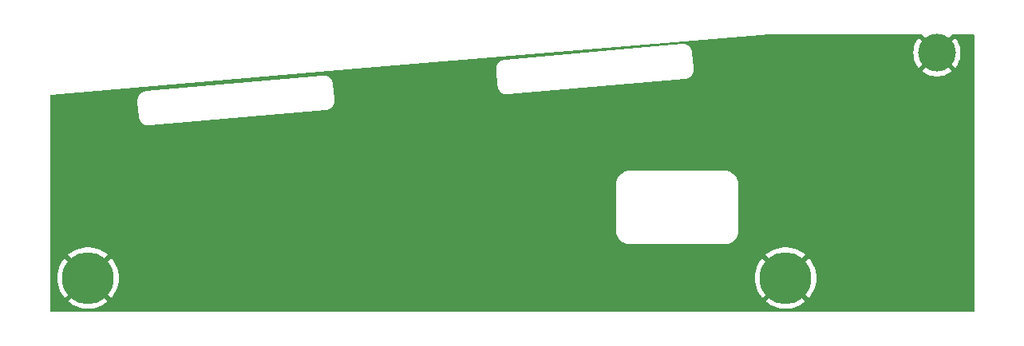
<source format=gbr>
%TF.GenerationSoftware,KiCad,Pcbnew,7.0.10*%
%TF.CreationDate,2024-04-26T10:19:57+01:00*%
%TF.ProjectId,sides,73696465-732e-46b6-9963-61645f706362,rev?*%
%TF.SameCoordinates,Original*%
%TF.FileFunction,Copper,L2,Bot*%
%TF.FilePolarity,Positive*%
%FSLAX46Y46*%
G04 Gerber Fmt 4.6, Leading zero omitted, Abs format (unit mm)*
G04 Created by KiCad (PCBNEW 7.0.10) date 2024-04-26 10:19:57*
%MOMM*%
%LPD*%
G01*
G04 APERTURE LIST*
%TA.AperFunction,ComponentPad*%
%ADD10C,5.500000*%
%TD*%
%TA.AperFunction,ComponentPad*%
%ADD11C,4.000000*%
%TD*%
G04 APERTURE END LIST*
D10*
%TO.P,H1,1,1*%
%TO.N,GND*%
X82000000Y-73900000D03*
%TD*%
D11*
%TO.P,H3,1,1*%
%TO.N,GND*%
X172050000Y-50000000D03*
%TD*%
D10*
%TO.P,H2,1,1*%
%TO.N,GND*%
X156000000Y-73900000D03*
%TD*%
%TA.AperFunction,Conductor*%
%TO.N,GND*%
G36*
X170419730Y-48020185D02*
G01*
X170440372Y-48036819D01*
X171105819Y-48702266D01*
X170915130Y-48865130D01*
X170752266Y-49055818D01*
X170114286Y-48417838D01*
X170114285Y-48417838D01*
X170023459Y-48527629D01*
X170023457Y-48527632D01*
X169854903Y-48793232D01*
X169854900Y-48793238D01*
X169720965Y-49077862D01*
X169720963Y-49077867D01*
X169623755Y-49377041D01*
X169564808Y-49686050D01*
X169564807Y-49686057D01*
X169545057Y-49999994D01*
X169545057Y-50000005D01*
X169564807Y-50313942D01*
X169564808Y-50313949D01*
X169623755Y-50622958D01*
X169720963Y-50922132D01*
X169720965Y-50922137D01*
X169854900Y-51206761D01*
X169854903Y-51206767D01*
X170023457Y-51472367D01*
X170023460Y-51472371D01*
X170114286Y-51582160D01*
X170752266Y-50944180D01*
X170915130Y-51134870D01*
X171105818Y-51297732D01*
X170464971Y-51938579D01*
X170464972Y-51938581D01*
X170707772Y-52114985D01*
X170707790Y-52114996D01*
X170983447Y-52266540D01*
X170983455Y-52266544D01*
X171275926Y-52382340D01*
X171580620Y-52460573D01*
X171580629Y-52460575D01*
X171892701Y-52499999D01*
X171892715Y-52500000D01*
X172207285Y-52500000D01*
X172207298Y-52499999D01*
X172519370Y-52460575D01*
X172519379Y-52460573D01*
X172824073Y-52382340D01*
X173116544Y-52266544D01*
X173116552Y-52266540D01*
X173392209Y-52114996D01*
X173392219Y-52114990D01*
X173635026Y-51938579D01*
X173635027Y-51938579D01*
X172994180Y-51297733D01*
X173184870Y-51134870D01*
X173347733Y-50944181D01*
X173985712Y-51582160D01*
X174076544Y-51472364D01*
X174245096Y-51206767D01*
X174245099Y-51206761D01*
X174379034Y-50922137D01*
X174379036Y-50922132D01*
X174476244Y-50622958D01*
X174535191Y-50313949D01*
X174535192Y-50313942D01*
X174554943Y-50000005D01*
X174554943Y-49999994D01*
X174535192Y-49686057D01*
X174535191Y-49686050D01*
X174476244Y-49377041D01*
X174379036Y-49077867D01*
X174379034Y-49077862D01*
X174245099Y-48793238D01*
X174245096Y-48793232D01*
X174076542Y-48527632D01*
X174076539Y-48527628D01*
X173985712Y-48417838D01*
X173347732Y-49055818D01*
X173184870Y-48865130D01*
X172994180Y-48702266D01*
X173659628Y-48036819D01*
X173720951Y-48003334D01*
X173747309Y-48000500D01*
X175875500Y-48000500D01*
X175942539Y-48020185D01*
X175988294Y-48072989D01*
X175999500Y-48124500D01*
X175999500Y-77375500D01*
X175979815Y-77442539D01*
X175927011Y-77488294D01*
X175875500Y-77499500D01*
X78124500Y-77499500D01*
X78057461Y-77479815D01*
X78011706Y-77427011D01*
X78000500Y-77375500D01*
X78000500Y-73900002D01*
X78745227Y-73900002D01*
X78764306Y-74251900D01*
X78764308Y-74251917D01*
X78821319Y-74599667D01*
X78821325Y-74599693D01*
X78915600Y-74939243D01*
X78915602Y-74939250D01*
X79046043Y-75266634D01*
X79046052Y-75266652D01*
X79211124Y-75578011D01*
X79408896Y-75869702D01*
X79531914Y-76014532D01*
X80702266Y-74844180D01*
X80865130Y-75034870D01*
X81055819Y-75197733D01*
X79882625Y-76370926D01*
X79882625Y-76370928D01*
X79892900Y-76380660D01*
X80173460Y-76593938D01*
X80173464Y-76593941D01*
X80475445Y-76775635D01*
X80795273Y-76923603D01*
X81129256Y-77036136D01*
X81473437Y-77111896D01*
X81823788Y-77149999D01*
X81823795Y-77150000D01*
X82176205Y-77150000D01*
X82176211Y-77149999D01*
X82526562Y-77111896D01*
X82870743Y-77036136D01*
X83204726Y-76923603D01*
X83524554Y-76775635D01*
X83826535Y-76593941D01*
X83826539Y-76593938D01*
X84107093Y-76380665D01*
X84107105Y-76380654D01*
X84117373Y-76370927D01*
X84117373Y-76370926D01*
X82944180Y-75197733D01*
X83134870Y-75034870D01*
X83297733Y-74844181D01*
X84468084Y-76014532D01*
X84468085Y-76014531D01*
X84591102Y-75869704D01*
X84788875Y-75578011D01*
X84953947Y-75266652D01*
X84953956Y-75266634D01*
X85084397Y-74939250D01*
X85084399Y-74939243D01*
X85178674Y-74599693D01*
X85178680Y-74599667D01*
X85235691Y-74251917D01*
X85235693Y-74251900D01*
X85254773Y-73900002D01*
X152745227Y-73900002D01*
X152764306Y-74251900D01*
X152764308Y-74251917D01*
X152821319Y-74599667D01*
X152821325Y-74599693D01*
X152915600Y-74939243D01*
X152915602Y-74939250D01*
X153046043Y-75266634D01*
X153046052Y-75266652D01*
X153211124Y-75578011D01*
X153408896Y-75869702D01*
X153531914Y-76014532D01*
X154702266Y-74844180D01*
X154865130Y-75034870D01*
X155055819Y-75197733D01*
X153882625Y-76370926D01*
X153882625Y-76370928D01*
X153892900Y-76380660D01*
X154173460Y-76593938D01*
X154173464Y-76593941D01*
X154475445Y-76775635D01*
X154795273Y-76923603D01*
X155129256Y-77036136D01*
X155473437Y-77111896D01*
X155823788Y-77149999D01*
X155823795Y-77150000D01*
X156176205Y-77150000D01*
X156176211Y-77149999D01*
X156526562Y-77111896D01*
X156870743Y-77036136D01*
X157204726Y-76923603D01*
X157524554Y-76775635D01*
X157826535Y-76593941D01*
X157826539Y-76593938D01*
X158107093Y-76380665D01*
X158107105Y-76380654D01*
X158117373Y-76370927D01*
X158117373Y-76370926D01*
X156944180Y-75197733D01*
X157134870Y-75034870D01*
X157297733Y-74844181D01*
X158468084Y-76014532D01*
X158468085Y-76014531D01*
X158591102Y-75869704D01*
X158788875Y-75578011D01*
X158953947Y-75266652D01*
X158953956Y-75266634D01*
X159084397Y-74939250D01*
X159084399Y-74939243D01*
X159178674Y-74599693D01*
X159178680Y-74599667D01*
X159235691Y-74251917D01*
X159235693Y-74251900D01*
X159254773Y-73900002D01*
X159254773Y-73899997D01*
X159235693Y-73548099D01*
X159235691Y-73548082D01*
X159178680Y-73200332D01*
X159178674Y-73200306D01*
X159084399Y-72860756D01*
X159084397Y-72860749D01*
X158953956Y-72533365D01*
X158953947Y-72533347D01*
X158788875Y-72221988D01*
X158591099Y-71930291D01*
X158468085Y-71785467D01*
X158468084Y-71785466D01*
X157297732Y-72955818D01*
X157134870Y-72765130D01*
X156944180Y-72602266D01*
X158117374Y-71429073D01*
X158117373Y-71429072D01*
X158107099Y-71419340D01*
X158107087Y-71419330D01*
X157826539Y-71206061D01*
X157826535Y-71206058D01*
X157524554Y-71024364D01*
X157204726Y-70876396D01*
X156870743Y-70763863D01*
X156526562Y-70688103D01*
X156176211Y-70650000D01*
X155823788Y-70650000D01*
X155473437Y-70688103D01*
X155129256Y-70763863D01*
X154795273Y-70876396D01*
X154475445Y-71024364D01*
X154173464Y-71206058D01*
X154173460Y-71206061D01*
X153892906Y-71419334D01*
X153882625Y-71429071D01*
X153882625Y-71429073D01*
X155055819Y-72602266D01*
X154865130Y-72765130D01*
X154702266Y-72955818D01*
X153531914Y-71785466D01*
X153531913Y-71785466D01*
X153408896Y-71930296D01*
X153211124Y-72221988D01*
X153046052Y-72533347D01*
X153046043Y-72533365D01*
X152915602Y-72860749D01*
X152915600Y-72860756D01*
X152821325Y-73200306D01*
X152821319Y-73200332D01*
X152764308Y-73548082D01*
X152764306Y-73548099D01*
X152745227Y-73899997D01*
X152745227Y-73900002D01*
X85254773Y-73900002D01*
X85254773Y-73899997D01*
X85235693Y-73548099D01*
X85235691Y-73548082D01*
X85178680Y-73200332D01*
X85178674Y-73200306D01*
X85084399Y-72860756D01*
X85084397Y-72860749D01*
X84953956Y-72533365D01*
X84953947Y-72533347D01*
X84788875Y-72221988D01*
X84591099Y-71930291D01*
X84468085Y-71785467D01*
X84468084Y-71785466D01*
X83297732Y-72955818D01*
X83134870Y-72765130D01*
X82944180Y-72602266D01*
X84117374Y-71429073D01*
X84117373Y-71429072D01*
X84107099Y-71419340D01*
X84107087Y-71419330D01*
X83826539Y-71206061D01*
X83826535Y-71206058D01*
X83524554Y-71024364D01*
X83204726Y-70876396D01*
X82870743Y-70763863D01*
X82526562Y-70688103D01*
X82176211Y-70650000D01*
X81823788Y-70650000D01*
X81473437Y-70688103D01*
X81129256Y-70763863D01*
X80795273Y-70876396D01*
X80475445Y-71024364D01*
X80173464Y-71206058D01*
X80173460Y-71206061D01*
X79892906Y-71419334D01*
X79882625Y-71429071D01*
X79882625Y-71429073D01*
X81055819Y-72602266D01*
X80865130Y-72765130D01*
X80702266Y-72955818D01*
X79531914Y-71785466D01*
X79531913Y-71785466D01*
X79408896Y-71930296D01*
X79211124Y-72221988D01*
X79046052Y-72533347D01*
X79046043Y-72533365D01*
X78915602Y-72860749D01*
X78915600Y-72860756D01*
X78821325Y-73200306D01*
X78821319Y-73200332D01*
X78764308Y-73548082D01*
X78764306Y-73548099D01*
X78745227Y-73899997D01*
X78745227Y-73900002D01*
X78000500Y-73900002D01*
X78000500Y-68907317D01*
X137999500Y-68907317D01*
X138030044Y-69119764D01*
X138030047Y-69119774D01*
X138090517Y-69325715D01*
X138179672Y-69520938D01*
X138179679Y-69520951D01*
X138295720Y-69701514D01*
X138436275Y-69863724D01*
X138556896Y-69968242D01*
X138598487Y-70004281D01*
X138727531Y-70087211D01*
X138779048Y-70120320D01*
X138779061Y-70120327D01*
X138974284Y-70209482D01*
X138974288Y-70209483D01*
X138974290Y-70209484D01*
X139180231Y-70269954D01*
X139180232Y-70269954D01*
X139180235Y-70269955D01*
X139243584Y-70279062D01*
X139392682Y-70300500D01*
X139392683Y-70300500D01*
X149710221Y-70300500D01*
X149710222Y-70300500D01*
X149927951Y-70266015D01*
X150137606Y-70197895D01*
X150334022Y-70097815D01*
X150512365Y-69968242D01*
X150668242Y-69812365D01*
X150797815Y-69634022D01*
X150897895Y-69437606D01*
X150966015Y-69227951D01*
X151000500Y-69010222D01*
X151000500Y-68900000D01*
X151000500Y-68807290D01*
X151000500Y-63949258D01*
X151000500Y-63892682D01*
X150969954Y-63680231D01*
X150909484Y-63474290D01*
X150909483Y-63474288D01*
X150909482Y-63474284D01*
X150820327Y-63279061D01*
X150820320Y-63279048D01*
X150787211Y-63227531D01*
X150704281Y-63098487D01*
X150671172Y-63060277D01*
X150563724Y-62936275D01*
X150401514Y-62795720D01*
X150401513Y-62795719D01*
X150336991Y-62754253D01*
X150220951Y-62679679D01*
X150220938Y-62679672D01*
X150025715Y-62590517D01*
X149819774Y-62530047D01*
X149819764Y-62530044D01*
X149628754Y-62502582D01*
X149607318Y-62499500D01*
X149601741Y-62499500D01*
X139592710Y-62499500D01*
X139500000Y-62499500D01*
X139392682Y-62499500D01*
X139180235Y-62530044D01*
X139180225Y-62530047D01*
X138974284Y-62590517D01*
X138779061Y-62679672D01*
X138779048Y-62679679D01*
X138598485Y-62795720D01*
X138436275Y-62936275D01*
X138295720Y-63098485D01*
X138179679Y-63279048D01*
X138179672Y-63279061D01*
X138090517Y-63474284D01*
X138030047Y-63680225D01*
X138030044Y-63680235D01*
X137999500Y-63892682D01*
X137999500Y-68907317D01*
X78000500Y-68907317D01*
X78000500Y-55039257D01*
X87244398Y-55039257D01*
X87250881Y-55110577D01*
X87251305Y-55117200D01*
X87253963Y-55188789D01*
X87258175Y-55206016D01*
X87261213Y-55224235D01*
X87400881Y-56760579D01*
X87401305Y-56767203D01*
X87403963Y-56838790D01*
X87421740Y-56911497D01*
X87423009Y-56917283D01*
X87437299Y-56990793D01*
X87442868Y-57004162D01*
X87448852Y-57022388D01*
X87452287Y-57036437D01*
X87452292Y-57036453D01*
X87484333Y-57104076D01*
X87486741Y-57109489D01*
X87515540Y-57178627D01*
X87523685Y-57190600D01*
X87533215Y-57207248D01*
X87539411Y-57220325D01*
X87539415Y-57220331D01*
X87584424Y-57280138D01*
X87587872Y-57284955D01*
X87629989Y-57346866D01*
X87629992Y-57346870D01*
X87640377Y-57356955D01*
X87653064Y-57371344D01*
X87661771Y-57382914D01*
X87703579Y-57419802D01*
X87717915Y-57432451D01*
X87722262Y-57436475D01*
X87775970Y-57488631D01*
X87775972Y-57488632D01*
X87775973Y-57488633D01*
X87788169Y-57496417D01*
X87803496Y-57507960D01*
X87814353Y-57517539D01*
X87879311Y-57554754D01*
X87884373Y-57557817D01*
X87947494Y-57598104D01*
X87961005Y-57603272D01*
X87978356Y-57611500D01*
X87990909Y-57618693D01*
X88062037Y-57642074D01*
X88067596Y-57644049D01*
X88137544Y-57670808D01*
X88151820Y-57673151D01*
X88170456Y-57677713D01*
X88184215Y-57682237D01*
X88258648Y-57690826D01*
X88264423Y-57691634D01*
X88338339Y-57703768D01*
X88352814Y-57703188D01*
X88371970Y-57703906D01*
X88386356Y-57705567D01*
X88460945Y-57699003D01*
X88466827Y-57698626D01*
X88541658Y-57695633D01*
X88555709Y-57692153D01*
X88574625Y-57688998D01*
X107210940Y-56049003D01*
X107216825Y-56048626D01*
X107291658Y-56045633D01*
X107361193Y-56028418D01*
X107367653Y-56027002D01*
X107390571Y-56022615D01*
X107438011Y-56013536D01*
X107454406Y-56006762D01*
X107471956Y-56000998D01*
X107489177Y-55996736D01*
X107553843Y-55965867D01*
X107559836Y-55963201D01*
X107626074Y-55935836D01*
X107640780Y-55925893D01*
X107656791Y-55916728D01*
X107672812Y-55909081D01*
X107729937Y-55865830D01*
X107735319Y-55861979D01*
X107794641Y-55821874D01*
X107794640Y-55821874D01*
X107794647Y-55821870D01*
X107807041Y-55809179D01*
X107820897Y-55796963D01*
X107835042Y-55786255D01*
X107882290Y-55732389D01*
X107886777Y-55727543D01*
X107936827Y-55676303D01*
X107946415Y-55661373D01*
X107957526Y-55646621D01*
X107969226Y-55633285D01*
X108004650Y-55571038D01*
X108008083Y-55565365D01*
X108046795Y-55505096D01*
X108053185Y-55488535D01*
X108061096Y-55471852D01*
X108069870Y-55456437D01*
X108092045Y-55388314D01*
X108094241Y-55382132D01*
X108120047Y-55315257D01*
X108122970Y-55297759D01*
X108127363Y-55279819D01*
X108132856Y-55262949D01*
X108140864Y-55191753D01*
X108141775Y-55185234D01*
X108153586Y-55114558D01*
X108152927Y-55096818D01*
X108153620Y-55078361D01*
X108155601Y-55060747D01*
X108155602Y-55060742D01*
X108149115Y-54989389D01*
X108148694Y-54982820D01*
X108146037Y-54911216D01*
X108146036Y-54911211D01*
X108146035Y-54911204D01*
X108141825Y-54893986D01*
X108138785Y-54875760D01*
X108132932Y-54811373D01*
X107999115Y-53339387D01*
X107998694Y-53332822D01*
X107996037Y-53261216D01*
X107978255Y-53188490D01*
X107976994Y-53182741D01*
X107962701Y-53109209D01*
X107961144Y-53105472D01*
X107957133Y-53095841D01*
X107951147Y-53077609D01*
X107947713Y-53063564D01*
X107947712Y-53063563D01*
X107947711Y-53063556D01*
X107947707Y-53063547D01*
X107915662Y-52995913D01*
X107913253Y-52990500D01*
X107884458Y-52921372D01*
X107884458Y-52921371D01*
X107876311Y-52909395D01*
X107866785Y-52892754D01*
X107860586Y-52879670D01*
X107860581Y-52879664D01*
X107860579Y-52879660D01*
X107815567Y-52819849D01*
X107812119Y-52815033D01*
X107770005Y-52753127D01*
X107770003Y-52753125D01*
X107759628Y-52743050D01*
X107746933Y-52728651D01*
X107738234Y-52717091D01*
X107738229Y-52717086D01*
X107727200Y-52707355D01*
X107682064Y-52667531D01*
X107677728Y-52663516D01*
X107624033Y-52611372D01*
X107624033Y-52611371D01*
X107611830Y-52603583D01*
X107596509Y-52592044D01*
X107585650Y-52582464D01*
X107585647Y-52582461D01*
X107520677Y-52545237D01*
X107515619Y-52542177D01*
X107484038Y-52522021D01*
X107452506Y-52501896D01*
X107452505Y-52501895D01*
X107452501Y-52501893D01*
X107452498Y-52501892D01*
X107438982Y-52496721D01*
X107421649Y-52488501D01*
X107409097Y-52481309D01*
X107409090Y-52481306D01*
X107337976Y-52457929D01*
X107332397Y-52455946D01*
X107262456Y-52429191D01*
X107248163Y-52426844D01*
X107229535Y-52422282D01*
X107215793Y-52417765D01*
X107215783Y-52417762D01*
X107141416Y-52409178D01*
X107135554Y-52408359D01*
X107061665Y-52396232D01*
X107061654Y-52396232D01*
X107047188Y-52396810D01*
X107028029Y-52396092D01*
X107013651Y-52394433D01*
X107013637Y-52394433D01*
X106939069Y-52400994D01*
X106933162Y-52401372D01*
X106858340Y-52404367D01*
X106844287Y-52407846D01*
X106825364Y-52411001D01*
X88189072Y-54050994D01*
X88183162Y-54051372D01*
X88108337Y-54054367D01*
X88038811Y-54071578D01*
X88032329Y-54073000D01*
X87961989Y-54086464D01*
X87961986Y-54086465D01*
X87945587Y-54093240D01*
X87928046Y-54098999D01*
X87910827Y-54103262D01*
X87910825Y-54103263D01*
X87910823Y-54103264D01*
X87851895Y-54131392D01*
X87846192Y-54134114D01*
X87840127Y-54136811D01*
X87773936Y-54164158D01*
X87773918Y-54164168D01*
X87759221Y-54174103D01*
X87743207Y-54183271D01*
X87727189Y-54190918D01*
X87670075Y-54234157D01*
X87664683Y-54238016D01*
X87605358Y-54278125D01*
X87605347Y-54278134D01*
X87592959Y-54290818D01*
X87579108Y-54303031D01*
X87564961Y-54313742D01*
X87564958Y-54313745D01*
X87517715Y-54367599D01*
X87513210Y-54372465D01*
X87463177Y-54423692D01*
X87463173Y-54423697D01*
X87453587Y-54438621D01*
X87442478Y-54453371D01*
X87430776Y-54466711D01*
X87395345Y-54528965D01*
X87391911Y-54534640D01*
X87353206Y-54594902D01*
X87353202Y-54594909D01*
X87346811Y-54611469D01*
X87338904Y-54628142D01*
X87330133Y-54643556D01*
X87330129Y-54643565D01*
X87307962Y-54711657D01*
X87305741Y-54717907D01*
X87279952Y-54784745D01*
X87279951Y-54784747D01*
X87277028Y-54802240D01*
X87272637Y-54820174D01*
X87267144Y-54837049D01*
X87267141Y-54837060D01*
X87259134Y-54908233D01*
X87258216Y-54914805D01*
X87246413Y-54985439D01*
X87247071Y-55003184D01*
X87246380Y-55021628D01*
X87244398Y-55039257D01*
X78000500Y-55039257D01*
X78000500Y-54546460D01*
X78020185Y-54479421D01*
X78072989Y-54433666D01*
X78114065Y-54422899D01*
X110527610Y-51686596D01*
X125294430Y-51686596D01*
X125300842Y-51759270D01*
X125301238Y-51765595D01*
X125303930Y-51838551D01*
X125307816Y-51854465D01*
X125310875Y-51872981D01*
X125450842Y-53459274D01*
X125451238Y-53465600D01*
X125453930Y-53538554D01*
X125471365Y-53609942D01*
X125472689Y-53616020D01*
X125486529Y-53688229D01*
X125486532Y-53688241D01*
X125492586Y-53702882D01*
X125498453Y-53720837D01*
X125502211Y-53736223D01*
X125502212Y-53736227D01*
X125533665Y-53802652D01*
X125536177Y-53808320D01*
X125550859Y-53843831D01*
X125564274Y-53876280D01*
X125573153Y-53889406D01*
X125582512Y-53905811D01*
X125589290Y-53920125D01*
X125589293Y-53920131D01*
X125621550Y-53963012D01*
X125625351Y-53968066D01*
X125633481Y-53978873D01*
X125637092Y-53983933D01*
X125678281Y-54044827D01*
X125689617Y-54055894D01*
X125702080Y-54070071D01*
X125703814Y-54072375D01*
X125711615Y-54082746D01*
X125766726Y-54131392D01*
X125771285Y-54135624D01*
X125823881Y-54186973D01*
X125823883Y-54186974D01*
X125837210Y-54195530D01*
X125852275Y-54206909D01*
X125864163Y-54217403D01*
X125927953Y-54253969D01*
X125933239Y-54257178D01*
X125995114Y-54296901D01*
X126009905Y-54302604D01*
X126026952Y-54310719D01*
X126040697Y-54318598D01*
X126040702Y-54318599D01*
X126040705Y-54318601D01*
X126110510Y-54341565D01*
X126116373Y-54343658D01*
X126184970Y-54370109D01*
X126200602Y-54372717D01*
X126218932Y-54377234D01*
X126233676Y-54382084D01*
X126233990Y-54382188D01*
X126280186Y-54387529D01*
X126307011Y-54390632D01*
X126313133Y-54391495D01*
X126385676Y-54403601D01*
X126401506Y-54403009D01*
X126420389Y-54403743D01*
X126436122Y-54405564D01*
X126509338Y-54399137D01*
X126515541Y-54398749D01*
X126589017Y-54396005D01*
X126604410Y-54392237D01*
X126623036Y-54389158D01*
X145309334Y-52749137D01*
X145315524Y-52748749D01*
X145389017Y-52746005D01*
X145459944Y-52728645D01*
X145466082Y-52727309D01*
X145537788Y-52713603D01*
X145552924Y-52707352D01*
X145570767Y-52701523D01*
X145586665Y-52697633D01*
X145652630Y-52666358D01*
X145658391Y-52663805D01*
X145725868Y-52635946D01*
X145739422Y-52626786D01*
X145755736Y-52617478D01*
X145770531Y-52610465D01*
X145828875Y-52566534D01*
X145833976Y-52562894D01*
X145894467Y-52522020D01*
X145905909Y-52510309D01*
X145919999Y-52497922D01*
X145933086Y-52488070D01*
X145939049Y-52481309D01*
X145939851Y-52480398D01*
X145981390Y-52433295D01*
X145985654Y-52428703D01*
X146036681Y-52376486D01*
X146045532Y-52362711D01*
X146056839Y-52347743D01*
X146067676Y-52335456D01*
X146103957Y-52272095D01*
X146107206Y-52266741D01*
X146146689Y-52205304D01*
X146152590Y-52190018D01*
X146160658Y-52173073D01*
X146168788Y-52158876D01*
X146191565Y-52089529D01*
X146193693Y-52083571D01*
X146219985Y-52015482D01*
X146222686Y-51999336D01*
X146227175Y-51981117D01*
X146232288Y-51965555D01*
X146240641Y-51893014D01*
X146241517Y-51886809D01*
X146253571Y-51814791D01*
X146252967Y-51798423D01*
X146253698Y-51779659D01*
X146255570Y-51763410D01*
X146249155Y-51690718D01*
X146248760Y-51684399D01*
X146248241Y-51670324D01*
X146246070Y-51611447D01*
X146242184Y-51595537D01*
X146239124Y-51577024D01*
X146099155Y-49990714D01*
X146098760Y-49984396D01*
X146096070Y-49911447D01*
X146078629Y-49840041D01*
X146077305Y-49833962D01*
X146063469Y-49761764D01*
X146057410Y-49747109D01*
X146051546Y-49729159D01*
X146047790Y-49713780D01*
X146047789Y-49713779D01*
X146047789Y-49713776D01*
X146016336Y-49647351D01*
X146013819Y-49641670D01*
X145985726Y-49573722D01*
X145985727Y-49573722D01*
X145976848Y-49560596D01*
X145967486Y-49544186D01*
X145960711Y-49529878D01*
X145960708Y-49529872D01*
X145960707Y-49529871D01*
X145960707Y-49529870D01*
X145916520Y-49471128D01*
X145912905Y-49466062D01*
X145891101Y-49433827D01*
X145871719Y-49405173D01*
X145860384Y-49394106D01*
X145847917Y-49379925D01*
X145838387Y-49367257D01*
X145838386Y-49367256D01*
X145783272Y-49318606D01*
X145778709Y-49314370D01*
X145726119Y-49263027D01*
X145712789Y-49254469D01*
X145697721Y-49243087D01*
X145685836Y-49232596D01*
X145657806Y-49216528D01*
X145622043Y-49196028D01*
X145616761Y-49192821D01*
X145554886Y-49153099D01*
X145554884Y-49153098D01*
X145540094Y-49147395D01*
X145523047Y-49139280D01*
X145509303Y-49131402D01*
X145439483Y-49108432D01*
X145433631Y-49106342D01*
X145365034Y-49079892D01*
X145365026Y-49079890D01*
X145349403Y-49077283D01*
X145331069Y-49072766D01*
X145322772Y-49070036D01*
X145316017Y-49067814D01*
X145316014Y-49067813D01*
X145316013Y-49067813D01*
X145294062Y-49065274D01*
X145242990Y-49059367D01*
X145236830Y-49058497D01*
X145164325Y-49046399D01*
X145164324Y-49046399D01*
X145163631Y-49046424D01*
X145148479Y-49046990D01*
X145129618Y-49046256D01*
X145123192Y-49045513D01*
X145113878Y-49044436D01*
X145113875Y-49044436D01*
X145113874Y-49044436D01*
X145040668Y-49050860D01*
X145034459Y-49051248D01*
X144960994Y-49053993D01*
X144960984Y-49053994D01*
X144960983Y-49053995D01*
X144946218Y-49057608D01*
X144945586Y-49057763D01*
X144926955Y-49060841D01*
X126240675Y-50700860D01*
X126234465Y-50701248D01*
X126160992Y-50703993D01*
X126160986Y-50703994D01*
X126090105Y-50721341D01*
X126083913Y-50722689D01*
X126012220Y-50736394D01*
X126012202Y-50736400D01*
X125997074Y-50742646D01*
X125979239Y-50748474D01*
X125963333Y-50752367D01*
X125963331Y-50752368D01*
X125897379Y-50783634D01*
X125891587Y-50786201D01*
X125824132Y-50814053D01*
X125824131Y-50814053D01*
X125810565Y-50823220D01*
X125794269Y-50832518D01*
X125779473Y-50839532D01*
X125779465Y-50839537D01*
X125721163Y-50883435D01*
X125716006Y-50887115D01*
X125655533Y-50927979D01*
X125644081Y-50939697D01*
X125629996Y-50952079D01*
X125616916Y-50961928D01*
X125568632Y-51016678D01*
X125564320Y-51021322D01*
X125513321Y-51073512D01*
X125513317Y-51073516D01*
X125504462Y-51087294D01*
X125493159Y-51102257D01*
X125482322Y-51114546D01*
X125446061Y-51177870D01*
X125442773Y-51183285D01*
X125403314Y-51244689D01*
X125403309Y-51244697D01*
X125397407Y-51259982D01*
X125389346Y-51276916D01*
X125381213Y-51291121D01*
X125381212Y-51291122D01*
X125358434Y-51360466D01*
X125356304Y-51366432D01*
X125330015Y-51434518D01*
X125327314Y-51450658D01*
X125322823Y-51468882D01*
X125317714Y-51484436D01*
X125317710Y-51484452D01*
X125309358Y-51556964D01*
X125308472Y-51563240D01*
X125296429Y-51635206D01*
X125297032Y-51651581D01*
X125296303Y-51670324D01*
X125294683Y-51684399D01*
X125294430Y-51686595D01*
X125294430Y-51686596D01*
X110527610Y-51686596D01*
X153333474Y-48072989D01*
X154186960Y-48000939D01*
X154197391Y-48000500D01*
X170352691Y-48000500D01*
X170419730Y-48020185D01*
G37*
%TD.AperFunction*%
%TD*%
M02*

</source>
